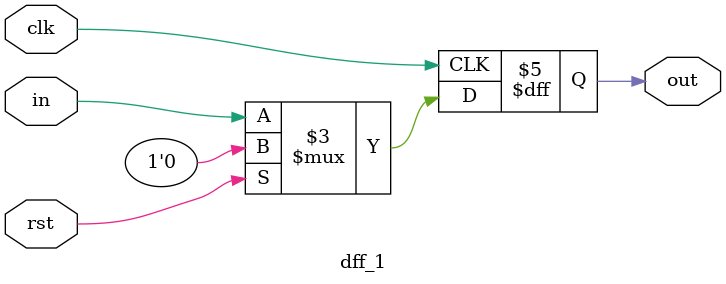
<source format=v>
`timescale 1ns / 1ps


module dff_1(input in, input clk, input rst, output reg out);

always @(posedge clk)
    begin
        if(rst)
            begin
                out<=1'd0;         
            end
        else
            begin
                out<=in;
            end
    end
    
endmodule

</source>
